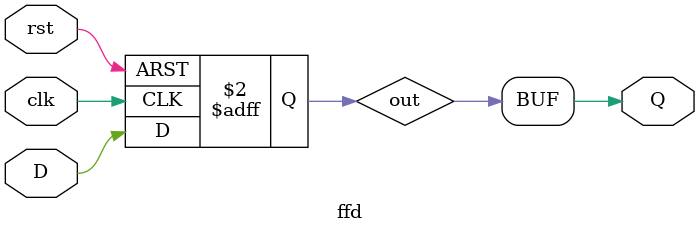
<source format=sv>
module ffd(input clk, rst, D,
				output Q);
logic out;

always_ff @(posedge clk, posedge rst) 
	if (rst) out <= 1'b0;
	else out <= D;

assign Q = out;

endmodule

</source>
